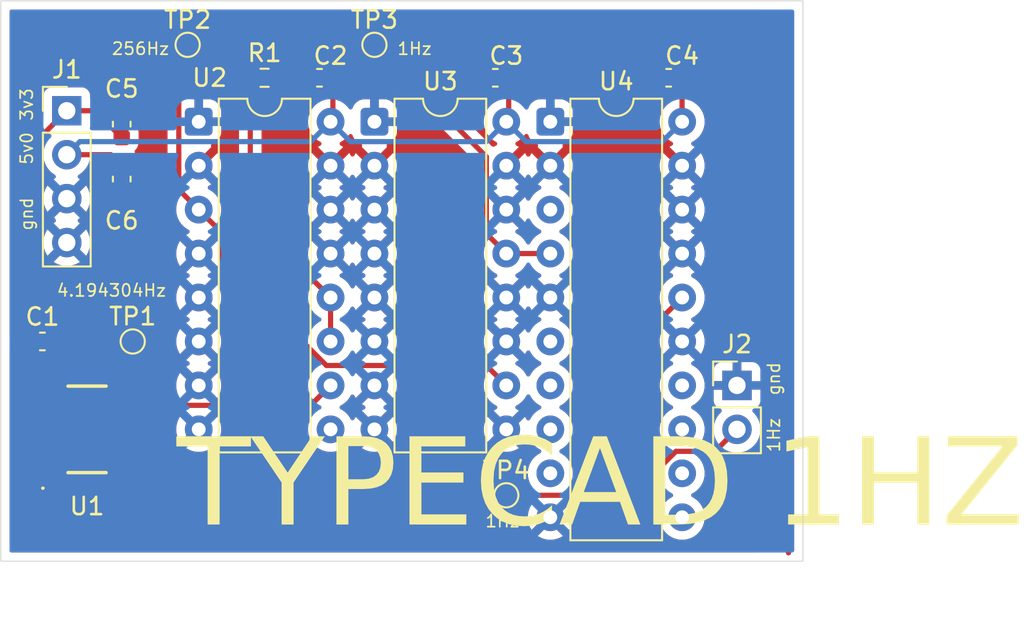
<source format=kicad_pcb>
(kicad_pcb (version 20241229) (generator "pcbnew") (generator_version "9.0")
  (layers (0 "F.Cu" signal) (2 "B.Cu" signal) (13 "F.Paste" user) (15 "B.Paste" user) (5 "F.SilkS" user "F.Silkscreen") (7 "B.SilkS" user "B.Silkscreen") (1 "F.Mask" user) (3 "B.Mask" user) (25 "Edge.Cuts" user))
  (net 0 "")
  (net 1 "+3V")
  (net 2 "+5V")
  (net 3 "GND")
  (net 4 "256HZ")
  (net 5 "1HZ_UNBUFFERED")
  (net 6 "1HZ_BUFFERED")
  (net 7 "net17")
  (net 8 "net43")
  (net 9 "net44")
  (net 10 "net45")
  (net 11 "net46")
  (net 12 "net47")
  (net 13 "OSC_OUT")
  (net 14 "net50")
  (net 15 "net51")
  (net 16 "net48")
  (net 17 "net49")
  (net 18 "RESET")
  (footprint "Package_DIP:DIP-20_W7.62mm" (layer "F.Cu") (at 167.01 84.455)
    (property "Reference" "U4" (at 3.81 -2.33 0) (layer "F.SilkS"))
    (property "Value" "74HC244N")
    (fp_line (start 1.16 -1.33) (end 1.16 24.19) (stroke (width 0.12)) (layer "F.SilkS"))
    (fp_line (start 1.16 24.19) (end 6.46 24.19) (stroke (width 0.12)) (layer "F.SilkS"))
    (fp_line (start 2.81 -1.33) (end 1.16 -1.33) (stroke (width 0.12)) (layer "F.SilkS"))
    (fp_line (start 6.46 -1.33) (end 4.81 -1.33) (stroke (width 0.12)) (layer "F.SilkS"))
    (fp_line (start 6.46 24.19) (end 6.46 -1.33) (stroke (width 0.12)) (layer "F.SilkS"))
    (fp_arc (start 4.81 -1.33) (mid 3.81 -0.33) (end 2.81 -1.33) (stroke (width 0.12)) (layer "F.SilkS"))
    (pad "1" thru_hole roundrect (at 0 0) (size 1.6 1.6) (drill 0.8) (layers "*.Cu" "*.Mask") (roundrect_rratio 0.15625) (net 3 "GND"))
    (pad "2" thru_hole circle (at 0 2.54) (size 1.6 1.6) (drill 0.8) (layers "*.Cu" "*.Mask") (net 3 "GND"))
    (pad "3" thru_hole circle (at 0 5.08) (size 1.6 1.6) (drill 0.8) (layers "*.Cu" "*.Mask") (net 8 "net43"))
    (pad "4" thru_hole circle (at 0 7.62) (size 1.6 1.6) (drill 0.8) (layers "*.Cu" "*.Mask") (net 5 "1HZ_UNBUFFERED"))
    (pad "5" thru_hole circle (at 0 10.16) (size 1.6 1.6) (drill 0.8) (layers "*.Cu" "*.Mask") (net 3 "GND"))
    (pad "6" thru_hole circle (at 0 12.7) (size 1.6 1.6) (drill 0.8) (layers "*.Cu" "*.Mask") (net 9 "net44"))
    (pad "7" thru_hole circle (at 0 15.24) (size 1.6 1.6) (drill 0.8) (layers "*.Cu" "*.Mask") (net 10 "net45"))
    (pad "8" thru_hole circle (at 0 17.78) (size 1.6 1.6) (drill 0.8) (layers "*.Cu" "*.Mask") (net 11 "net46"))
    (pad "9" thru_hole circle (at 0 20.32) (size 1.6 1.6) (drill 0.8) (layers "*.Cu" "*.Mask") (net 12 "net47"))
    (pad "10" thru_hole circle (at 0 22.86) (size 1.6 1.6) (drill 0.8) (layers "*.Cu" "*.Mask") (net 3 "GND"))
    (pad "11" thru_hole circle (at 7.62 22.86) (size 1.6 1.6) (drill 0.8) (layers "*.Cu" "*.Mask") (net 16 "net48"))
    (pad "12" thru_hole circle (at 7.62 20.32) (size 1.6 1.6) (drill 0.8) (layers "*.Cu" "*.Mask") (net 17 "net49"))
    (pad "13" thru_hole circle (at 7.62 17.78) (size 1.6 1.6) (drill 0.8) (layers "*.Cu" "*.Mask") (net 14 "net50"))
    (pad "14" thru_hole circle (at 7.62 15.24) (size 1.6 1.6) (drill 0.8) (layers "*.Cu" "*.Mask") (net 15 "net51"))
    (pad "15" thru_hole circle (at 7.62 12.7) (size 1.6 1.6) (drill 0.8) (layers "*.Cu" "*.Mask") (net 3 "GND"))
    (pad "16" thru_hole circle (at 7.62 10.16) (size 1.6 1.6) (drill 0.8) (layers "*.Cu" "*.Mask") (net 6 "1HZ_BUFFERED"))
    (pad "17" thru_hole circle (at 7.62 7.62) (size 1.6 1.6) (drill 0.8) (layers "*.Cu" "*.Mask") (net 3 "GND"))
    (pad "18" thru_hole circle (at 7.62 5.08) (size 1.6 1.6) (drill 0.8) (layers "*.Cu" "*.Mask") (net 3 "GND"))
    (pad "19" thru_hole circle (at 7.62 2.54) (size 1.6 1.6) (drill 0.8) (layers "*.Cu" "*.Mask") (net 3 "GND"))
    (pad "20" thru_hole circle (at 7.62 0) (size 1.6 1.6) (drill 0.8) (layers "*.Cu" "*.Mask") (net 2 "+5V"))
  )
  (footprint "TestPoint:TestPoint_Pad_D1.0mm" (layer "F.Cu") (at 164.465 106.045)
    (property "Reference" "TP4" (at 0 -1.448 0) (layer "F.SilkS"))
    (property "Value" "")
    (fp_circle (center 0 0) (end 0 0.7) (stroke (width 0.12)) (fill no) (layer "F.SilkS"))
    (pad "1" smd circle (at 0 0) (size 1 1) (layers "F.Cu" "F.Mask") (net 6 "1HZ_BUFFERED"))
  )
  (footprint "Capacitor_SMD:C_0603_1608Metric" (layer "F.Cu") (at 173.85 81.915 180)
    (property "Reference" "C4" (at -0.775 1.27 0) (layer "F.SilkS"))
    (property "Value" "100nF")
    (fp_line (start -0.14058 0.51) (end 0.14058 0.51) (stroke (width 0.12)) (layer "F.SilkS"))
    (fp_line (start -0.14058 -0.51) (end 0.14058 -0.51) (stroke (width 0.12)) (layer "F.SilkS"))
    (pad "1" smd roundrect (at -0.775 0 180) (size 0.9 0.95) (layers "F.Cu" "F.Mask" "F.Paste") (net 2 "+5V"))
    (pad "2" smd roundrect (at 0.775 0 180) (size 0.9 0.95) (layers "F.Cu" "F.Mask" "F.Paste") (net 3 "GND"))
  )
  (footprint "TestPoint:TestPoint_Pad_D1.0mm" (layer "F.Cu") (at 156.845 80.01)
    (property "Reference" "TP3" (at 0 -1.448 0) (layer "F.SilkS"))
    (property "Value" "")
    (fp_circle (center 0 0) (end 0 0.7) (stroke (width 0.12)) (fill no) (layer "F.SilkS"))
    (pad "1" smd circle (at 0 0) (size 1 1) (layers "F.Cu" "F.Mask") (net 5 "1HZ_UNBUFFERED"))
  )
  (footprint "Connector_PinHeader_2.54mm:PinHeader_1x04_P2.54mm_Vertical" (layer "F.Cu") (at 139.065 83.82)
    (property "Reference" "J1" (at 0 -2.38 0) (layer "F.SilkS"))
    (property "Value" "")
    (fp_line (start -1.38 -1.38) (end 0 -1.38) (stroke (width 0.12)) (layer "F.SilkS"))
    (fp_line (start -1.38 0) (end -1.38 -1.38) (stroke (width 0.12)) (layer "F.SilkS"))
    (fp_line (start -1.38 1.27) (end -1.38 9) (stroke (width 0.12)) (layer "F.SilkS"))
    (fp_line (start -1.38 1.27) (end 1.38 1.27) (stroke (width 0.12)) (layer "F.SilkS"))
    (fp_line (start -1.38 9) (end 1.38 9) (stroke (width 0.12)) (layer "F.SilkS"))
    (fp_line (start 1.38 1.27) (end 1.38 9) (stroke (width 0.12)) (layer "F.SilkS"))
    (pad "1" thru_hole rect (at 0 0) (size 1.7 1.7) (drill 1) (layers "*.Cu" "*.Mask") (net 1 "+3V"))
    (pad "2" thru_hole circle (at 0 2.54) (size 1.7 1.7) (drill 1) (layers "*.Cu" "*.Mask") (net 2 "+5V"))
    (pad "3" thru_hole circle (at 0 5.08) (size 1.7 1.7) (drill 1) (layers "*.Cu" "*.Mask") (net 3 "GND"))
    (pad "4" thru_hole circle (at 0 7.62) (size 1.7 1.7) (drill 1) (layers "*.Cu" "*.Mask") (net 3 "GND"))
  )
  (footprint "Connector_PinHeader_2.54mm:PinHeader_1x02_P2.54mm_Vertical" (layer "F.Cu") (at 177.8 99.695)
    (property "Reference" "J2" (at 0 -2.38 0) (layer "F.SilkS"))
    (property "Value" "")
    (fp_line (start -1.38 -1.38) (end 0 -1.38) (stroke (width 0.12)) (layer "F.SilkS"))
    (fp_line (start -1.38 0) (end -1.38 -1.38) (stroke (width 0.12)) (layer "F.SilkS"))
    (fp_line (start -1.38 1.27) (end -1.38 3.92) (stroke (width 0.12)) (layer "F.SilkS"))
    (fp_line (start -1.38 1.27) (end 1.38 1.27) (stroke (width 0.12)) (layer "F.SilkS"))
    (fp_line (start -1.38 3.92) (end 1.38 3.92) (stroke (width 0.12)) (layer "F.SilkS"))
    (fp_line (start 1.38 1.27) (end 1.38 3.92) (stroke (width 0.12)) (layer "F.SilkS"))
    (pad "1" thru_hole rect (at 0 0) (size 1.7 1.7) (drill 1) (layers "*.Cu" "*.Mask") (net 3 "GND"))
    (pad "2" thru_hole circle (at 0 2.54) (size 1.7 1.7) (drill 1) (layers "*.Cu" "*.Mask") (net 6 "1HZ_BUFFERED"))
  )
  (footprint "Package_DIP:DIP-16_W7.62mm" (layer "F.Cu") (at 156.845 84.455)
    (property "Reference" "U3" (at 3.81 -2.33 0) (layer "F.SilkS"))
    (property "Value" "74HC4040N")
    (fp_line (start 1.16 -1.33) (end 1.16 19.11) (stroke (width 0.12)) (layer "F.SilkS"))
    (fp_line (start 1.16 19.11) (end 6.46 19.11) (stroke (width 0.12)) (layer "F.SilkS"))
    (fp_line (start 2.81 -1.33) (end 1.16 -1.33) (stroke (width 0.12)) (layer "F.SilkS"))
    (fp_line (start 6.46 -1.33) (end 4.81 -1.33) (stroke (width 0.12)) (layer "F.SilkS"))
    (fp_line (start 6.46 19.11) (end 6.46 -1.33) (stroke (width 0.12)) (layer "F.SilkS"))
    (fp_arc (start 4.81 -1.33) (mid 3.81 -0.33) (end 2.81 -1.33) (stroke (width 0.12)) (layer "F.SilkS"))
    (pad "1" thru_hole roundrect (at 0 0) (size 1.6 1.6) (drill 0.8) (layers "*.Cu" "*.Mask") (roundrect_rratio 0.15625) (net 3 "GND"))
    (pad "2" thru_hole circle (at 0 2.54) (size 1.6 1.6) (drill 0.8) (layers "*.Cu" "*.Mask") (net 3 "GND"))
    (pad "3" thru_hole circle (at 0 5.08) (size 1.6 1.6) (drill 0.8) (layers "*.Cu" "*.Mask") (net 3 "GND"))
    (pad "4" thru_hole circle (at 0 7.62) (size 1.6 1.6) (drill 0.8) (layers "*.Cu" "*.Mask") (net 3 "GND"))
    (pad "5" thru_hole circle (at 0 10.16) (size 1.6 1.6) (drill 0.8) (layers "*.Cu" "*.Mask") (net 3 "GND"))
    (pad "6" thru_hole circle (at 0 12.7) (size 1.6 1.6) (drill 0.8) (layers "*.Cu" "*.Mask") (net 3 "GND"))
    (pad "7" thru_hole circle (at 0 15.24) (size 1.6 1.6) (drill 0.8) (layers "*.Cu" "*.Mask") (net 3 "GND"))
    (pad "8" thru_hole circle (at 0 17.78) (size 1.6 1.6) (drill 0.8) (layers "*.Cu" "*.Mask") (net 3 "GND"))
    (pad "9" thru_hole circle (at 7.62 17.78) (size 1.6 1.6) (drill 0.8) (layers "*.Cu" "*.Mask") (net 3 "GND"))
    (pad "10" thru_hole circle (at 7.62 15.24) (size 1.6 1.6) (drill 0.8) (layers "*.Cu" "*.Mask") (net 4 "256HZ"))
    (pad "11" thru_hole circle (at 7.62 12.7) (size 1.6 1.6) (drill 0.8) (layers "*.Cu" "*.Mask") (net 3 "GND"))
    (pad "12" thru_hole circle (at 7.62 10.16) (size 1.6 1.6) (drill 0.8) (layers "*.Cu" "*.Mask") (net 3 "GND"))
    (pad "13" thru_hole circle (at 7.62 7.62) (size 1.6 1.6) (drill 0.8) (layers "*.Cu" "*.Mask") (net 5 "1HZ_UNBUFFERED"))
    (pad "14" thru_hole circle (at 7.62 5.08) (size 1.6 1.6) (drill 0.8) (layers "*.Cu" "*.Mask") (net 3 "GND"))
    (pad "15" thru_hole circle (at 7.62 2.54) (size 1.6 1.6) (drill 0.8) (layers "*.Cu" "*.Mask") (net 3 "GND"))
    (pad "16" thru_hole circle (at 7.62 0) (size 1.6 1.6) (drill 0.8) (layers "*.Cu" "*.Mask") (net 2 "+5V"))
  )
  (footprint "Capacitor_SMD:C_0603_1608Metric" (layer "F.Cu") (at 137.655 97.155)
    (property "Reference" "C1" (at 0 -1.43 0) (layer "F.SilkS"))
    (property "Value" "100nF")
    (fp_line (start -0.14058 -0.51) (end 0.14058 -0.51) (stroke (width 0.12)) (layer "F.SilkS"))
    (fp_line (start -0.14058 0.51) (end 0.14058 0.51) (stroke (width 0.12)) (layer "F.SilkS"))
    (pad "1" smd roundrect (at -0.775 0) (size 0.9 0.95) (layers "F.Cu" "F.Mask" "F.Paste") (net 1 "+3V"))
    (pad "2" smd roundrect (at 0.775 0) (size 0.9 0.95) (layers "F.Cu" "F.Mask" "F.Paste") (net 3 "GND"))
  )
  (footprint "TestPoint:TestPoint_Pad_D1.0mm" (layer "F.Cu") (at 142.875 97.155)
    (property "Reference" "TP1" (at 0 -1.448 0) (layer "F.SilkS"))
    (property "Value" "")
    (fp_circle (center 0 0) (end 0 0.7) (stroke (width 0.12)) (fill no) (layer "F.SilkS"))
    (pad "1" smd circle (at 0 0) (size 1 1) (layers "F.Cu" "F.Mask") (net 13 "OSC_OUT"))
  )
  (footprint "lib:QFN_7050_4pins" (layer "F.Cu") (at 140.335 102.235)
    (property "Reference" "U1" (at -0.1 4.445 0) (layer "F.SilkS"))
    (property "Value" "SIT8008BI-82-30E-4.194304" (hide yes))
    (fp_line (start -2.7 3.4) (end -2.7 3.4) (stroke (width 0.1)) (layer "F.SilkS"))
    (fp_line (start -2.6 3.4) (end -2.6 3.4) (stroke (width 0.1)) (layer "F.SilkS"))
    (fp_line (start -1.2 -2.5) (end 1 -2.5) (stroke (width 0.2)) (layer "F.SilkS"))
    (fp_line (start -1.2 2.5) (end 1 2.5) (stroke (width 0.2)) (layer "F.SilkS"))
    (fp_arc (start -2.7 3.4) (mid -2.65 3.35) (end -2.6 3.4) (stroke (width 0.1)) (layer "F.SilkS"))
    (fp_arc (start -2.6 3.4) (mid -2.65 3.45) (end -2.7 3.4) (stroke (width 0.1)) (layer "F.SilkS"))
    (pad "1" smd rect (at -2.54 1.905 270) (size 2 2.2) (layers "F.Cu" "F.Mask" "F.Paste") (net 1 "+3V"))
    (pad "2" smd rect (at 2.54 1.905 270) (size 2 2.2) (layers "F.Cu" "F.Mask" "F.Paste") (net 3 "GND"))
    (pad "3" smd rect (at 2.54 -1.905 270) (size 2 2.2) (layers "F.Cu" "F.Mask" "F.Paste") (net 13 "OSC_OUT"))
    (pad "4" smd rect (at -2.54 -1.905 270) (size 2 2.2) (layers "F.Cu" "F.Mask" "F.Paste") (net 1 "+3V"))
  )
  (footprint "Package_DIP:DIP-16_W7.62mm" (layer "F.Cu") (at 146.69 84.455)
    (property "Reference" "U2" (at 0.63 -2.54 0) (layer "F.SilkS"))
    (property "Value" "74HC4060N")
    (fp_line (start 1.16 -1.33) (end 1.16 19.11) (stroke (width 0.12)) (layer "F.SilkS"))
    (fp_line (start 1.16 19.11) (end 6.46 19.11) (stroke (width 0.12)) (layer "F.SilkS"))
    (fp_line (start 2.81 -1.33) (end 1.16 -1.33) (stroke (width 0.12)) (layer "F.SilkS"))
    (fp_line (start 6.46 -1.33) (end 4.81 -1.33) (stroke (width 0.12)) (layer "F.SilkS"))
    (fp_line (start 6.46 19.11) (end 6.46 -1.33) (stroke (width 0.12)) (layer "F.SilkS"))
    (fp_arc (start 4.81 -1.33) (mid 3.81 -0.33) (end 2.81 -1.33) (stroke (width 0.12)) (layer "F.SilkS"))
    (pad "1" thru_hole roundrect (at 0 0) (size 1.6 1.6) (drill 0.8) (layers "*.Cu" "*.Mask") (roundrect_rratio 0.15625) (net 3 "GND"))
    (pad "2" thru_hole circle (at 0 2.54) (size 1.6 1.6) (drill 0.8) (layers "*.Cu" "*.Mask") (net 3 "GND"))
    (pad "3" thru_hole circle (at 0 5.08) (size 1.6 1.6) (drill 0.8) (layers "*.Cu" "*.Mask") (net 4 "256HZ"))
    (pad "4" thru_hole circle (at 0 7.62) (size 1.6 1.6) (drill 0.8) (layers "*.Cu" "*.Mask") (net 3 "GND"))
    (pad "5" thru_hole circle (at 0 10.16) (size 1.6 1.6) (drill 0.8) (layers "*.Cu" "*.Mask") (net 3 "GND"))
    (pad "6" thru_hole circle (at 0 12.7) (size 1.6 1.6) (drill 0.8) (layers "*.Cu" "*.Mask") (net 3 "GND"))
    (pad "7" thru_hole circle (at 0 15.24) (size 1.6 1.6) (drill 0.8) (layers "*.Cu" "*.Mask") (net 3 "GND"))
    (pad "8" thru_hole circle (at 0 17.78) (size 1.6 1.6) (drill 0.8) (layers "*.Cu" "*.Mask") (net 3 "GND"))
    (pad "9" thru_hole circle (at 7.62 17.78) (size 1.6 1.6) (drill 0.8) (layers "*.Cu" "*.Mask") (net 7 "net17"))
    (pad "10" thru_hole circle (at 7.62 15.24) (size 1.6 1.6) (drill 0.8) (layers "*.Cu" "*.Mask") (net 13 "OSC_OUT"))
    (pad "11" thru_hole circle (at 7.62 12.7) (size 1.6 1.6) (drill 0.8) (layers "*.Cu" "*.Mask") (net 18 "RESET"))
    (pad "12" thru_hole circle (at 7.62 10.16) (size 1.6 1.6) (drill 0.8) (layers "*.Cu" "*.Mask") (net 18 "RESET"))
    (pad "13" thru_hole circle (at 7.62 7.62) (size 1.6 1.6) (drill 0.8) (layers "*.Cu" "*.Mask") (net 3 "GND"))
    (pad "14" thru_hole circle (at 7.62 5.08) (size 1.6 1.6) (drill 0.8) (layers "*.Cu" "*.Mask") (net 3 "GND"))
    (pad "15" thru_hole circle (at 7.62 2.54) (size 1.6 1.6) (drill 0.8) (layers "*.Cu" "*.Mask") (net 3 "GND"))
    (pad "16" thru_hole circle (at 7.62 0) (size 1.6 1.6) (drill 0.8) (layers "*.Cu" "*.Mask") (net 2 "+5V"))
  )
  (footprint "Capacitor_SMD:C_0603_1608Metric" (layer "F.Cu") (at 163.83 81.915 180)
    (property "Reference" "C3" (at -0.635 1.27 0) (layer "F.SilkS"))
    (property "Value" "100nF")
    (fp_line (start -0.14058 0.51) (end 0.14058 0.51) (stroke (width 0.12)) (layer "F.SilkS"))
    (fp_line (start -0.14058 -0.51) (end 0.14058 -0.51) (stroke (width 0.12)) (layer "F.SilkS"))
    (pad "1" smd roundrect (at -0.775 0 180) (size 0.9 0.95) (layers "F.Cu" "F.Mask" "F.Paste") (net 2 "+5V"))
    (pad "2" smd roundrect (at 0.775 0 180) (size 0.9 0.95) (layers "F.Cu" "F.Mask" "F.Paste") (net 3 "GND"))
  )
  (footprint "Resistor_SMD:R_0603_1608Metric" (layer "F.Cu") (at 150.495 81.915)
    (property "Reference" "R1" (at 0 -1.43 0) (layer "F.SilkS"))
    (property "Value" "10kΩ")
    (fp_line (start -0.237258 -0.5225) (end 0.237258 -0.5225) (stroke (width 0.12)) (layer "F.SilkS"))
    (fp_line (start -0.237258 0.5225) (end 0.237258 0.5225) (stroke (width 0.12)) (layer "F.SilkS"))
    (pad "1" smd roundrect (at -0.825 0) (size 0.8 0.95) (layers "F.Cu" "F.Mask" "F.Paste") (net 18 "RESET"))
    (pad "2" smd roundrect (at 0.825 0) (size 0.8 0.95) (layers "F.Cu" "F.Mask" "F.Paste") (net 3 "GND"))
  )
  (footprint "Capacitor_SMD:C_0603_1608Metric" (layer "F.Cu") (at 142.24 84.595 90)
    (property "Reference" "C5" (at 2.045 0 180) (layer "F.SilkS"))
    (property "Value" "10µF")
    (fp_line (start -0.14058 -0.51) (end 0.14058 -0.51) (stroke (width 0.12)) (layer "F.SilkS"))
    (fp_line (start -0.14058 0.51) (end 0.14058 0.51) (stroke (width 0.12)) (layer "F.SilkS"))
    (pad "1" smd roundrect (at -0.775 0 90) (size 0.9 0.95) (layers "F.Cu" "F.Mask" "F.Paste") (net 1 "+3V"))
    (pad "2" smd roundrect (at 0.775 0 90) (size 0.9 0.95) (layers "F.Cu" "F.Mask" "F.Paste") (net 3 "GND"))
  )
  (footprint "Capacitor_SMD:C_0603_1608Metric" (layer "F.Cu") (at 142.24 87.77 -90)
    (property "Reference" "C6" (at 2.4 0 180) (layer "F.SilkS"))
    (property "Value" "10µF")
    (fp_line (start -0.14058 0.51) (end 0.14058 0.51) (stroke (width 0.12)) (layer "F.SilkS"))
    (fp_line (start -0.14058 -0.51) (end 0.14058 -0.51) (stroke (width 0.12)) (layer "F.SilkS"))
    (pad "1" smd roundrect (at -0.775 0 270) (size 0.9 0.95) (layers "F.Cu" "F.Mask" "F.Paste") (net 2 "+5V"))
    (pad "2" smd roundrect (at 0.775 0 270) (size 0.9 0.95) (layers "F.Cu" "F.Mask" "F.Paste") (net 3 "GND"))
  )
  (footprint "Capacitor_SMD:C_0603_1608Metric" (layer "F.Cu") (at 153.67 81.915 180)
    (property "Reference" "C2" (at -0.635 1.27 0) (layer "F.SilkS"))
    (property "Value" "100nF")
    (fp_line (start -0.14058 0.51) (end 0.14058 0.51) (stroke (width 0.12)) (layer "F.SilkS"))
    (fp_line (start -0.14058 -0.51) (end 0.14058 -0.51) (stroke (width 0.12)) (layer "F.SilkS"))
    (pad "1" smd roundrect (at -0.775 0 180) (size 0.9 0.95) (layers "F.Cu" "F.Mask" "F.Paste") (net 2 "+5V"))
    (pad "2" smd roundrect (at 0.775 0 180) (size 0.9 0.95) (layers "F.Cu" "F.Mask" "F.Paste") (net 3 "GND"))
  )
  (footprint "TestPoint:TestPoint_Pad_D1.0mm" (layer "F.Cu") (at 146.05 80.01)
    (property "Reference" "TP2" (at 0 -1.448 0) (layer "F.SilkS"))
    (property "Value" "")
    (fp_circle (center 0 0) (end 0 0.7) (stroke (width 0.12)) (fill no) (layer "F.SilkS"))
    (pad "1" smd circle (at 0 0) (size 1 1) (layers "F.Cu" "F.Mask") (net 4 "256HZ"))
  )
  (gr_rect (start 135.255 77.47) (end 181.61 109.855) (stroke (width 0.05)) (fill no) (layer "Edge.Cuts"))
  (gr_text "⎍⎍⎍⎍⎍⎍⎍⎍⎍⎍⎍⎍⎍⎍⎍⎍⎍" (at 180.975 109.855 90) (layer "F.Cu") (effects (font (size 1.5 1.5) (thickness 0.3) (bold yes)) (justify left bottom)))
  (gr_text "TYPECAD 1HZ" (at 145.415 108.585 0) (layer "F.SilkS") (effects (font (size 5 5) (thickness 0.1)) (justify left bottom)))
  (gr_text "1Hz" (at 158.115 80.645 0) (layer "F.SilkS") (effects (font (size 0.7 0.7) (thickness 0.1)) (justify left bottom)))
  (gr_text "1Hz" (at 163.195 107.95 0) (layer "F.SilkS") (effects (font (size 0.7 0.7) (thickness 0.1)) (justify left bottom)))
  (gr_text "gnd" (at 137.16 90.805 90) (layer "F.SilkS") (effects (font (size 0.7 0.7) (thickness 0.1)) (justify left bottom)))
  (gr_text "4.194304Hz" (at 138.43 94.615 0) (layer "F.SilkS") (effects (font (size 0.7 0.7) (thickness 0.1)) (justify left bottom)))
  (gr_text "5v0" (at 137.16 86.995 90) (layer "F.SilkS") (effects (font (size 0.7 0.7) (thickness 0.1)) (justify left bottom)))
  (gr_text "gnd" (at 180.34 100.33 90) (layer "F.SilkS") (effects (font (size 0.7 0.7) (thickness 0.1)) (justify left bottom)))
  (gr_text "1Hz" (at 180.34 103.615 90) (layer "F.SilkS") (effects (font (size 0.7 0.7) (thickness 0.1)) (justify left bottom)))
  (gr_text "256Hz" (at 141.605 80.645 0) (layer "F.SilkS") (effects (font (size 0.7 0.7) (thickness 0.1)) (justify left bottom)))
  (gr_text "3v3" (at 137.16 84.455 90) (layer "F.SilkS") (effects (font (size 0.7 0.7) (thickness 0.1)) (justify left bottom)))
  (segment (start 136.88 97.155) (end 136.88 86.005) (width 0.3) (layer "F.Cu") (net 1))
  (segment (start 136.88 97.155) (end 136.88 99.415) (width 0.3) (layer "F.Cu") (net 1))
  (segment (start 139.065 83.82) (end 140.69 83.82) (width 0.3) (layer "F.Cu") (net 1))
  (segment (start 136.88 86.005) (end 139.065 83.82) (width 0.3) (layer "F.Cu") (net 1))
  (segment (start 137.795 100.33) (end 137.795 104.14) (width 0.3) (layer "F.Cu") (net 1))
  (segment (start 140.69 83.82) (end 142.24 85.37) (width 0.3) (layer "F.Cu") (net 1))
  (segment (start 136.88 99.415) (end 137.795 100.33) (width 0.3) (layer "F.Cu") (net 1))
  (segment (start 154.445 81.915) (end 154.445 84.32) (width 0.3) (layer "F.Cu") (net 2))
  (segment (start 164.605 81.915) (end 164.605 84.315) (width 0.3) (layer "F.Cu") (net 2))
  (segment (start 174.625 84.45) (end 174.63 84.455) (width 0.3) (layer "F.Cu") (net 2))
  (segment (start 164.605 84.315) (end 164.465 84.455) (width 0.3) (layer "F.Cu") (net 2))
  (segment (start 139.065 86.36) (end 141.605 86.36) (width 0.3) (layer "F.Cu") (net 2))
  (segment (start 174.625 81.915) (end 174.625 84.45) (width 0.3) (layer "F.Cu") (net 2))
  (segment (start 154.445 84.32) (end 154.31 84.455) (width 0.3) (layer "F.Cu") (net 2))
  (segment (start 141.605 86.36) (end 142.24 86.995) (width 0.3) (layer "F.Cu") (net 2))
  (segment (start 173.479 85.606) (end 174.63 84.455) (width 0.3) (layer "B.Cu") (net 2))
  (segment (start 165.616 85.606) (end 173.479 85.606) (width 0.3) (layer "B.Cu") (net 2))
  (segment (start 154.31 84.455) (end 155.461 85.606) (width 0.3) (layer "B.Cu") (net 2))
  (segment (start 139.819 85.606) (end 153.159 85.606) (width 0.3) (layer "B.Cu") (net 2))
  (segment (start 155.461 85.606) (end 163.314 85.606) (width 0.3) (layer "B.Cu") (net 2))
  (segment (start 164.465 84.455) (end 165.616 85.606) (width 0.3) (layer "B.Cu") (net 2))
  (segment (start 153.159 85.606) (end 154.31 84.455) (width 0.3) (layer "B.Cu") (net 2))
  (segment (start 139.065 86.36) (end 139.819 85.606) (width 0.3) (layer "B.Cu") (net 2))
  (segment (start 163.314 85.606) (end 164.465 84.455) (width 0.3) (layer "B.Cu") (net 2))
  (segment (start 147.955 92.42776) (end 154.07124 98.544) (width 0.3) (layer "F.Cu") (net 4))
  (segment (start 145.539 80.521) (end 145.539 88.384) (width 0.3) (layer "F.Cu") (net 4))
  (segment (start 146.69 89.535) (end 147.955 90.8) (width 0.3) (layer "F.Cu") (net 4))
  (segment (start 146.05 80.01) (end 145.539 80.521) (width 0.3) (layer "F.Cu") (net 4))
  (segment (start 154.07124 98.544) (end 163.314 98.544) (width 0.3) (layer "F.Cu") (net 4))
  (segment (start 163.314 98.544) (end 164.465 99.695) (width 0.3) (layer "F.Cu") (net 4))
  (segment (start 145.539 88.384) (end 146.69 89.535) (width 0.3) (layer "F.Cu") (net 4))
  (segment (start 147.955 90.8) (end 147.955 92.42776) (width 0.3) (layer "F.Cu") (net 4))
  (segment (start 163.314 86.479) (end 163.314 90.924) (width 0.3) (layer "F.Cu") (net 5))
  (segment (start 156.845 80.01) (end 163.314 86.479) (width 0.3) (layer "F.Cu") (net 5))
  (segment (start 164.465 92.075) (end 167.01 92.075) (width 0.3) (layer "F.Cu") (net 5))
  (segment (start 163.314 90.924) (end 164.465 92.075) (width 0.3) (layer "F.Cu") (net 5))
  (segment (start 170.815 106.045) (end 171.73224 106.045) (width 0.3) (layer "F.Cu") (net 6))
  (segment (start 177.165 102.87) (end 177.8 102.235) (width 0.3) (layer "F.Cu") (net 6))
  (segment (start 174.27224 103.505) (end 176.53 103.505) (width 0.3) (layer "F.Cu") (net 6))
  (segment (start 171.73224 106.045) (end 174.27224 103.505) (width 0.3) (layer "F.Cu") (net 6))
  (segment (start 170.815 98.43) (end 170.815 106.045) (width 0.3) (layer "F.Cu") (net 6))
  (segment (start 164.465 106.045) (end 170.815 106.045) (width 0.3) (layer "F.Cu") (net 6))
  (segment (start 174.63 94.615) (end 170.815 98.43) (width 0.3) (layer "F.Cu") (net 6))
  (segment (start 176.53 103.505) (end 177.165 102.87) (width 0.3) (layer "F.Cu") (net 6))
  (segment (start 153.159 100.846) (end 154.31 99.695) (width 0.3) (layer "F.Cu") (net 13))
  (segment (start 142.875 100.33) (end 143.391 100.846) (width 0.3) (layer "F.Cu") (net 13))
  (segment (start 142.875 97.155) (end 142.875 100.33) (width 0.3) (layer "F.Cu") (net 13))
  (segment (start 143.391 100.846) (end 153.159 100.846) (width 0.3) (layer "F.Cu") (net 13))
  (segment (start 149.67 89.975) (end 149.67 81.915) (width 0.3) (layer "F.Cu") (net 18))
  (segment (start 154.31 94.615) (end 149.67 89.975) (width 0.3) (layer "F.Cu") (net 18))
  (segment (start 154.31 97.155) (end 154.31 94.615) (width 0.3) (layer "F.Cu") (net 18))
  (zone (net 3) (net_name "GND") (layers "F.Cu" "B.Cu") (connect_pads (clearance 0.5)) (min_thickness 0.25) (fill yes (thermal_gap 0.5) (thermal_bridge_width 0.5))
    (polygon (pts (xy 181.61 77.47) (xy 135.255 77.47) (xy 135.255 109.855) (xy 180.975 109.855) (xy 181.61 109.22)))
  )
)
</source>
